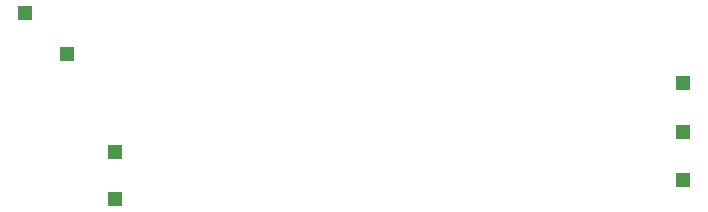
<source format=gbr>
G04 DipTrace 3.2.0.0*
G04 shoulder_mc_pcb_BottomPaste.gbr*
%MOMM*%
G04 #@! TF.FileFunction,Paste,Bot*
G04 #@! TF.Part,Single*
%ADD82R,1.3X1.3*%
%FSLAX35Y35*%
G04*
G71*
G90*
G75*
G01*
G04 BotPaste*
%LPD*%
D82*
X2260000Y761250D3*
X7070000Y1340000D3*
X2260000Y357250D3*
X1850000Y1590000D3*
X7070000Y520000D3*
Y930000D3*
X1492250Y1936750D3*
M02*

</source>
